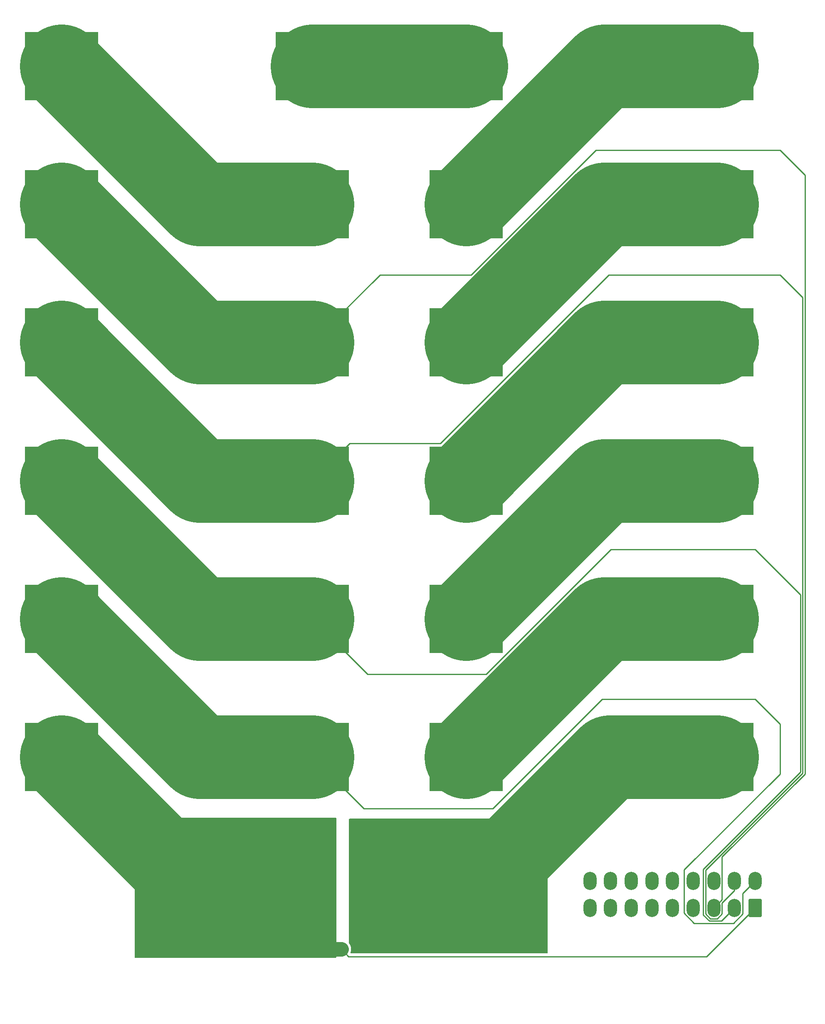
<source format=gbl>
G04 #@! TF.GenerationSoftware,KiCad,Pcbnew,8.0.5*
G04 #@! TF.CreationDate,2025-12-20T20:43:01-08:00*
G04 #@! TF.ProjectId,URBAN_CELL_BOARD,55524241-4e5f-4434-954c-4c5f424f4152,rev?*
G04 #@! TF.SameCoordinates,Original*
G04 #@! TF.FileFunction,Copper,L2,Bot*
G04 #@! TF.FilePolarity,Positive*
%FSLAX46Y46*%
G04 Gerber Fmt 4.6, Leading zero omitted, Abs format (unit mm)*
G04 Created by KiCad (PCBNEW 8.0.5) date 2025-12-20 20:43:01*
%MOMM*%
%LPD*%
G01*
G04 APERTURE LIST*
G04 Aperture macros list*
%AMRoundRect*
0 Rectangle with rounded corners*
0 $1 Rounding radius*
0 $2 $3 $4 $5 $6 $7 $8 $9 X,Y pos of 4 corners*
0 Add a 4 corners polygon primitive as box body*
4,1,4,$2,$3,$4,$5,$6,$7,$8,$9,$2,$3,0*
0 Add four circle primitives for the rounded corners*
1,1,$1+$1,$2,$3*
1,1,$1+$1,$4,$5*
1,1,$1+$1,$6,$7*
1,1,$1+$1,$8,$9*
0 Add four rect primitives between the rounded corners*
20,1,$1+$1,$2,$3,$4,$5,0*
20,1,$1+$1,$4,$5,$6,$7,0*
20,1,$1+$1,$6,$7,$8,$9,0*
20,1,$1+$1,$8,$9,$2,$3,0*%
G04 Aperture macros list end*
G04 #@! TA.AperFunction,ComponentPad*
%ADD10C,9.000000*%
G04 #@! TD*
G04 #@! TA.AperFunction,SMDPad,CuDef*
%ADD11R,15.000000X14.000000*%
G04 #@! TD*
G04 #@! TA.AperFunction,ComponentPad*
%ADD12C,1.950000*%
G04 #@! TD*
G04 #@! TA.AperFunction,ComponentPad*
%ADD13RoundRect,0.250001X1.099999X1.599999X-1.099999X1.599999X-1.099999X-1.599999X1.099999X-1.599999X0*%
G04 #@! TD*
G04 #@! TA.AperFunction,ComponentPad*
%ADD14O,2.700000X3.700000*%
G04 #@! TD*
G04 #@! TA.AperFunction,ComponentPad*
%ADD15C,1.200000*%
G04 #@! TD*
G04 #@! TA.AperFunction,Conductor*
%ADD16C,0.250000*%
G04 #@! TD*
G04 #@! TA.AperFunction,Conductor*
%ADD17C,17.000000*%
G04 #@! TD*
G04 #@! TA.AperFunction,Conductor*
%ADD18C,16.000000*%
G04 #@! TD*
G04 #@! TA.AperFunction,Conductor*
%ADD19C,3.000000*%
G04 #@! TD*
G04 APERTURE END LIST*
D10*
G04 #@! TO.P,BT6,1,+*
G04 #@! TO.N,cell6+*
X148629000Y-99751000D03*
D11*
X148629000Y-99751000D03*
D10*
G04 #@! TO.P,BT6,2,-*
G04 #@! TO.N,cell5+*
X97529000Y-99751000D03*
D11*
X97529000Y-99751000D03*
G04 #@! TD*
D10*
G04 #@! TO.P,BT7,1,+*
G04 #@! TO.N,cell7+*
X231029000Y-99751000D03*
D11*
X231029000Y-99751000D03*
D10*
G04 #@! TO.P,BT7,2,-*
G04 #@! TO.N,cell6+*
X179929000Y-99751000D03*
D11*
X179929000Y-99751000D03*
G04 #@! TD*
D12*
G04 #@! TO.P,J4,1,Pin_1*
G04 #@! TO.N,GND*
X119945000Y-267787500D03*
X119945000Y-275987500D03*
G04 #@! TD*
D10*
G04 #@! TO.P,BT5,1,+*
G04 #@! TO.N,cell5+*
X148629000Y-127885000D03*
D11*
X148629000Y-127885000D03*
D10*
G04 #@! TO.P,BT5,2,-*
G04 #@! TO.N,cell4+*
X97529000Y-127885000D03*
D11*
X97529000Y-127885000D03*
G04 #@! TD*
D10*
G04 #@! TO.P,BT9,1,+*
G04 #@! TO.N,cell9+*
X231029000Y-156019000D03*
D11*
X231029000Y-156019000D03*
D10*
G04 #@! TO.P,BT9,2,-*
G04 #@! TO.N,cell8+*
X179929000Y-156019000D03*
D11*
X179929000Y-156019000D03*
G04 #@! TD*
D12*
G04 #@! TO.P,J5,1,Pin_1*
G04 #@! TO.N,+48V*
X189675000Y-267875000D03*
X189675000Y-276075000D03*
G04 #@! TD*
D13*
G04 #@! TO.P,J1,1,Pin_1*
G04 #@! TO.N,GND*
X238760000Y-271145000D03*
D14*
G04 #@! TO.P,J1,2,Pin_2*
G04 #@! TO.N,cell2+*
X234560000Y-271145000D03*
G04 #@! TO.P,J1,3,Pin_3*
G04 #@! TO.N,cell4+*
X230360000Y-271145000D03*
G04 #@! TO.P,J1,4,Pin_4*
G04 #@! TO.N,cell6+*
X226160000Y-271145000D03*
G04 #@! TO.P,J1,5,Pin_5*
G04 #@! TO.N,cell8+*
X221960000Y-271145000D03*
G04 #@! TO.P,J1,6,Pin_6*
G04 #@! TO.N,cell9+*
X217760000Y-271145000D03*
G04 #@! TO.P,J1,7,Pin_7*
G04 #@! TO.N,cell11+*
X213560000Y-271145000D03*
G04 #@! TO.P,J1,8,Pin_8*
G04 #@! TO.N,+48V*
X209360000Y-271145000D03*
G04 #@! TO.P,J1,9,Pin_9*
X205160000Y-271145000D03*
G04 #@! TO.P,J1,10,Pin_10*
G04 #@! TO.N,cell1+*
X238760000Y-265645000D03*
G04 #@! TO.P,J1,11,Pin_11*
G04 #@! TO.N,cell3+*
X234560000Y-265645000D03*
G04 #@! TO.P,J1,12,Pin_12*
G04 #@! TO.N,cell5+*
X230360000Y-265645000D03*
G04 #@! TO.P,J1,13,Pin_13*
G04 #@! TO.N,cell7+*
X226160000Y-265645000D03*
G04 #@! TO.P,J1,14,Pin_14*
G04 #@! TO.N,cell8+*
X221960000Y-265645000D03*
G04 #@! TO.P,J1,15,Pin_15*
G04 #@! TO.N,cell10+*
X217760000Y-265645000D03*
G04 #@! TO.P,J1,16,Pin_16*
G04 #@! TO.N,+48V*
X213560000Y-265645000D03*
G04 #@! TO.P,J1,17,Pin_17*
X209360000Y-265645000D03*
G04 #@! TO.P,J1,18,Pin_18*
X205160000Y-265645000D03*
G04 #@! TD*
D10*
G04 #@! TO.P,BT3,1,+*
G04 #@! TO.N,cell3+*
X148629000Y-184153000D03*
D11*
X148629000Y-184153000D03*
D10*
G04 #@! TO.P,BT3,2,-*
G04 #@! TO.N,cell2+*
X97529000Y-184153000D03*
D11*
X97529000Y-184153000D03*
G04 #@! TD*
D10*
G04 #@! TO.P,BT10,1,+*
G04 #@! TO.N,cell10+*
X231029000Y-184153000D03*
D11*
X231029000Y-184153000D03*
D10*
G04 #@! TO.P,BT10,2,-*
G04 #@! TO.N,cell9+*
X179929000Y-184153000D03*
D11*
X179929000Y-184153000D03*
G04 #@! TD*
D10*
G04 #@! TO.P,BT4,1,+*
G04 #@! TO.N,cell4+*
X148629000Y-156019000D03*
D11*
X148629000Y-156019000D03*
D10*
G04 #@! TO.P,BT4,2,-*
G04 #@! TO.N,cell3+*
X97529000Y-156019000D03*
D11*
X97529000Y-156019000D03*
G04 #@! TD*
D10*
G04 #@! TO.P,BT11,1,+*
G04 #@! TO.N,cell11+*
X231029000Y-212287000D03*
D11*
X231029000Y-212287000D03*
D10*
G04 #@! TO.P,BT11,2,-*
G04 #@! TO.N,cell10+*
X179929000Y-212287000D03*
D11*
X179929000Y-212287000D03*
G04 #@! TD*
D15*
G04 #@! TO.P,J2,1,Pin_1*
G04 #@! TO.N,GND*
X131710000Y-268150000D03*
X131710000Y-270150000D03*
X131710000Y-272150000D03*
X131710000Y-274150000D03*
X131710000Y-276150000D03*
X133710000Y-268150000D03*
X133710000Y-276150000D03*
X135710001Y-268150000D03*
X135710001Y-276150000D03*
X137710000Y-268150000D03*
X137710000Y-276150000D03*
X139710000Y-268150000D03*
X139710000Y-270150000D03*
X139710000Y-272150000D03*
X139710000Y-274150000D03*
X139710000Y-276150000D03*
G04 #@! TD*
D10*
G04 #@! TO.P,BT1,1,+*
G04 #@! TO.N,cell1+*
X148629000Y-240421000D03*
D11*
X148629000Y-240421000D03*
D10*
G04 #@! TO.P,BT1,2,-*
G04 #@! TO.N,GND*
X97529000Y-240421000D03*
D11*
X97529000Y-240421000D03*
G04 #@! TD*
D15*
G04 #@! TO.P,J3,1,Pin_1*
G04 #@! TO.N,+48V*
X170720000Y-268080000D03*
X170720000Y-270080000D03*
X170720000Y-272080000D03*
X170720000Y-274080000D03*
X170720000Y-276080000D03*
X172720000Y-268080000D03*
X172720000Y-276080000D03*
X174720001Y-268080000D03*
X174720001Y-276080000D03*
X176720000Y-268080000D03*
X176720000Y-276080000D03*
X178720000Y-268080000D03*
X178720000Y-270080000D03*
X178720000Y-272080000D03*
X178720000Y-274080000D03*
X178720000Y-276080000D03*
G04 #@! TD*
D10*
G04 #@! TO.P,BT12,1,+*
G04 #@! TO.N,+48V*
X231029000Y-240421000D03*
D11*
X231029000Y-240421000D03*
D10*
G04 #@! TO.P,BT12,2,-*
G04 #@! TO.N,cell11+*
X179929000Y-240421000D03*
D11*
X179929000Y-240421000D03*
G04 #@! TD*
D10*
G04 #@! TO.P,BT2,1,+*
G04 #@! TO.N,cell2+*
X148629000Y-212287000D03*
D11*
X148629000Y-212287000D03*
D10*
G04 #@! TO.P,BT2,2,-*
G04 #@! TO.N,cell1+*
X97529000Y-212287000D03*
D11*
X97529000Y-212287000D03*
G04 #@! TD*
D10*
G04 #@! TO.P,BT8,1,+*
G04 #@! TO.N,cell8+*
X231029000Y-127885000D03*
D11*
X231029000Y-127885000D03*
D10*
G04 #@! TO.P,BT8,2,-*
G04 #@! TO.N,cell7+*
X179929000Y-127885000D03*
D11*
X179929000Y-127885000D03*
G04 #@! TD*
D16*
G04 #@! TO.N,cell1+*
X238760000Y-265645000D02*
X236235000Y-268170000D01*
X238760000Y-265645000D02*
X239354000Y-265051000D01*
D17*
X97529000Y-212287000D02*
X125663000Y-240421000D01*
D16*
X236235000Y-272338808D02*
X234353808Y-274220000D01*
D18*
X97529000Y-212287000D02*
X98550634Y-212287000D01*
D16*
X207585529Y-228600000D02*
X185322170Y-250863359D01*
X159071359Y-250863359D02*
X148629000Y-240421000D01*
X236235000Y-268170000D02*
X236235000Y-272338808D01*
X238760000Y-228600000D02*
X207585529Y-228600000D01*
X226366192Y-274220000D02*
X224313400Y-272167208D01*
X234353808Y-274220000D02*
X226366192Y-274220000D01*
X224313400Y-272167208D02*
X224313400Y-263366600D01*
X243840000Y-233680000D02*
X238760000Y-228600000D01*
X224313400Y-263366600D02*
X243840000Y-243840000D01*
D17*
X125663000Y-240421000D02*
X148629000Y-240421000D01*
D16*
X243840000Y-243840000D02*
X243840000Y-233680000D01*
X185322170Y-250863359D02*
X159071359Y-250863359D01*
D19*
G04 #@! TO.N,GND*
X144095000Y-271635000D02*
X143510000Y-271635000D01*
D16*
X130175000Y-267335000D02*
X127000000Y-264160000D01*
D17*
X97529000Y-240421000D02*
X129108000Y-272000000D01*
X135090000Y-272250000D02*
X142250000Y-272250000D01*
D16*
X238760000Y-271145000D02*
X228889189Y-281015811D01*
D19*
X154500000Y-279500000D02*
X151960000Y-279500000D01*
X151960000Y-279500000D02*
X144095000Y-271635000D01*
D16*
X228889189Y-281015811D02*
X156015811Y-281015811D01*
X156015811Y-281015811D02*
X154500000Y-279500000D01*
G04 #@! TO.N,cell2+*
X231935000Y-273770000D02*
X234560000Y-271145000D01*
X248020000Y-207380000D02*
X248020000Y-243467208D01*
X159862000Y-223520000D02*
X184008060Y-223520000D01*
D17*
X125663000Y-212287000D02*
X148629000Y-212287000D01*
X97529000Y-184153000D02*
X125663000Y-212287000D01*
D16*
X184008060Y-223520000D02*
X209408060Y-198120000D01*
X248020000Y-243467208D02*
X228235000Y-263252208D01*
X238760000Y-198120000D02*
X248020000Y-207380000D01*
X228235000Y-272525204D02*
X229479796Y-273770000D01*
X148629000Y-212287000D02*
X159862000Y-223520000D01*
X229479796Y-273770000D02*
X231935000Y-273770000D01*
X228235000Y-263252208D02*
X228235000Y-272525204D01*
X209408060Y-198120000D02*
X238760000Y-198120000D01*
G04 #@! TO.N,cell5+*
X148629000Y-127885000D02*
X151515000Y-127885000D01*
D17*
X148629000Y-127885000D02*
X125663000Y-127885000D01*
X125663000Y-127885000D02*
X97529000Y-99751000D01*
D16*
G04 #@! TO.N,cell4+*
X248920000Y-243840000D02*
X248920000Y-121920000D01*
X230360000Y-271145000D02*
X232035000Y-269470000D01*
X206389344Y-116840000D02*
X180989344Y-142240000D01*
D17*
X125663000Y-156019000D02*
X148629000Y-156019000D01*
D16*
X232035000Y-269470000D02*
X232035000Y-260725000D01*
X180989344Y-142240000D02*
X162408000Y-142240000D01*
X248920000Y-121920000D02*
X243840000Y-116840000D01*
X162408000Y-142240000D02*
X148629000Y-156019000D01*
D17*
X97529000Y-127885000D02*
X125663000Y-156019000D01*
D16*
X243840000Y-116840000D02*
X206389344Y-116840000D01*
X232035000Y-260725000D02*
X248920000Y-243840000D01*
G04 #@! TO.N,cell3+*
X156191372Y-176590628D02*
X174652981Y-176590628D01*
X229666192Y-273320000D02*
X231053808Y-273320000D01*
X248470000Y-146870000D02*
X248470000Y-243653604D01*
X148629000Y-184153000D02*
X156191372Y-176590628D01*
X228685000Y-272338808D02*
X229666192Y-273320000D01*
D17*
X97529000Y-156019000D02*
X125663000Y-184153000D01*
D16*
X203561805Y-147681805D02*
X203923609Y-147320000D01*
X232035000Y-270106396D02*
X234560000Y-267581396D01*
X148629000Y-184153000D02*
X156207000Y-184153000D01*
X228685000Y-263438604D02*
X228685000Y-272338808D01*
X231053808Y-273320000D02*
X232035000Y-272338808D01*
X209003609Y-142240000D02*
X243840000Y-142240000D01*
X234560000Y-267581396D02*
X234560000Y-265645000D01*
X203923609Y-147320000D02*
X209003609Y-142240000D01*
X174652981Y-176590628D02*
X203561805Y-147681805D01*
D17*
X125663000Y-184153000D02*
X148629000Y-184153000D01*
D16*
X232035000Y-272338808D02*
X232035000Y-270106396D01*
X243840000Y-142240000D02*
X248470000Y-146870000D01*
X248470000Y-243653604D02*
X228685000Y-263438604D01*
D17*
G04 #@! TO.N,cell6+*
X148629000Y-99751000D02*
X179929000Y-99751000D01*
G04 #@! TO.N,+48V*
X177830000Y-271750000D02*
X166000000Y-271750000D01*
X209159000Y-240421000D02*
X231029000Y-240421000D01*
X209159000Y-240421000D02*
X177830000Y-271750000D01*
G04 #@! TO.N,cell11+*
X208063000Y-212287000D02*
X179929000Y-240421000D01*
X231029000Y-212287000D02*
X208063000Y-212287000D01*
G04 #@! TO.N,cell7+*
X231029000Y-99751000D02*
X208063000Y-99751000D01*
X208063000Y-99751000D02*
X179929000Y-127885000D01*
G04 #@! TO.N,cell8+*
X179929000Y-156019000D02*
X208063000Y-127885000D01*
X208063000Y-127885000D02*
X231029000Y-127885000D01*
G04 #@! TO.N,cell9+*
X208063000Y-156019000D02*
X231029000Y-156019000D01*
X179929000Y-184153000D02*
X208063000Y-156019000D01*
G04 #@! TO.N,cell10+*
X208063000Y-184153000D02*
X231029000Y-184153000D01*
X179929000Y-212287000D02*
X208063000Y-184153000D01*
G04 #@! TD*
G04 #@! TA.AperFunction,Conductor*
G04 #@! TO.N,+48V*
G36*
X196442121Y-252985002D02*
G01*
X196488614Y-253038658D01*
X196500000Y-253091000D01*
X196500000Y-280256311D01*
X196479998Y-280324432D01*
X196426342Y-280370925D01*
X196374000Y-280382311D01*
X156497092Y-280382311D01*
X156428971Y-280362309D01*
X156382478Y-280308653D01*
X156372374Y-280238379D01*
X156380683Y-280208093D01*
X156405990Y-280146997D01*
X156474134Y-279892680D01*
X156508500Y-279631644D01*
X156508500Y-279368356D01*
X156474134Y-279107320D01*
X156405990Y-278853003D01*
X156305234Y-278609757D01*
X156305228Y-278609748D01*
X156305227Y-278609744D01*
X156173592Y-278381746D01*
X156106037Y-278293706D01*
X156080437Y-278227485D01*
X156080000Y-278217002D01*
X156080000Y-271911494D01*
X171719500Y-271911494D01*
X171719500Y-272248505D01*
X171757233Y-272583398D01*
X171801590Y-272777737D01*
X171832224Y-272911954D01*
X171832226Y-272911960D01*
X171832225Y-272911960D01*
X171943524Y-273230033D01*
X171943535Y-273230060D01*
X172089751Y-273533681D01*
X172089756Y-273533690D01*
X172269051Y-273819036D01*
X172479177Y-274082526D01*
X172717473Y-274320822D01*
X172980963Y-274530948D01*
X173266309Y-274710243D01*
X173266314Y-274710246D01*
X173569949Y-274856469D01*
X173569965Y-274856474D01*
X173569966Y-274856475D01*
X173888039Y-274967774D01*
X173888042Y-274967774D01*
X173888046Y-274967776D01*
X174131239Y-275023282D01*
X174216601Y-275042766D01*
X174216602Y-275042766D01*
X174216606Y-275042767D01*
X174437492Y-275067654D01*
X174551494Y-275080500D01*
X174551496Y-275080500D01*
X174888506Y-275080500D01*
X174985925Y-275069523D01*
X175223394Y-275042767D01*
X175551954Y-274967776D01*
X175870051Y-274856469D01*
X176173686Y-274710246D01*
X176459039Y-274530946D01*
X176722523Y-274320825D01*
X176960825Y-274082523D01*
X177170946Y-273819039D01*
X177350246Y-273533686D01*
X177496469Y-273230051D01*
X177607776Y-272911954D01*
X177682767Y-272583394D01*
X177720500Y-272248504D01*
X177720500Y-271911496D01*
X177682767Y-271576606D01*
X177607776Y-271248046D01*
X177496469Y-270929949D01*
X177350246Y-270626314D01*
X177350243Y-270626309D01*
X177170948Y-270340963D01*
X176960822Y-270077473D01*
X176722526Y-269839177D01*
X176459036Y-269629051D01*
X176173690Y-269449756D01*
X176173681Y-269449751D01*
X175870060Y-269303535D01*
X175870055Y-269303533D01*
X175870051Y-269303531D01*
X175870045Y-269303528D01*
X175870033Y-269303524D01*
X175551960Y-269192225D01*
X175223398Y-269117233D01*
X174888506Y-269079500D01*
X174888504Y-269079500D01*
X174551496Y-269079500D01*
X174551494Y-269079500D01*
X174216601Y-269117233D01*
X173888039Y-269192225D01*
X173569966Y-269303524D01*
X173569939Y-269303535D01*
X173266318Y-269449751D01*
X173266309Y-269449756D01*
X172980963Y-269629051D01*
X172717473Y-269839177D01*
X172479177Y-270077473D01*
X172269051Y-270340963D01*
X172089756Y-270626309D01*
X172089751Y-270626318D01*
X171943535Y-270929939D01*
X171943524Y-270929966D01*
X171832225Y-271248039D01*
X171757233Y-271576601D01*
X171719500Y-271911494D01*
X156080000Y-271911494D01*
X156080000Y-253091000D01*
X156100002Y-253022879D01*
X156153658Y-252976386D01*
X156206000Y-252965000D01*
X196374000Y-252965000D01*
X196442121Y-252985002D01*
G37*
G04 #@! TD.AperFunction*
G04 #@! TD*
G04 #@! TA.AperFunction,Conductor*
G04 #@! TO.N,GND*
G36*
X153442121Y-252770002D02*
G01*
X153488614Y-252823658D01*
X153500000Y-252876000D01*
X153500000Y-281159000D01*
X153479998Y-281227121D01*
X153426342Y-281273614D01*
X153374000Y-281285000D01*
X112591000Y-281285000D01*
X112522879Y-281264998D01*
X112476386Y-281211342D01*
X112465000Y-281159000D01*
X112465000Y-271981494D01*
X132709500Y-271981494D01*
X132709500Y-272318505D01*
X132747233Y-272653398D01*
X132791590Y-272847737D01*
X132822224Y-272981954D01*
X132822226Y-272981960D01*
X132822225Y-272981960D01*
X132933524Y-273300033D01*
X132933535Y-273300060D01*
X133079751Y-273603681D01*
X133079756Y-273603690D01*
X133259051Y-273889036D01*
X133469177Y-274152526D01*
X133707473Y-274390822D01*
X133970963Y-274600948D01*
X134256309Y-274780243D01*
X134256314Y-274780246D01*
X134559949Y-274926469D01*
X134559965Y-274926474D01*
X134559966Y-274926475D01*
X134878039Y-275037774D01*
X134878042Y-275037774D01*
X134878046Y-275037776D01*
X135121239Y-275093282D01*
X135206601Y-275112766D01*
X135206602Y-275112766D01*
X135206606Y-275112767D01*
X135427492Y-275137654D01*
X135541494Y-275150500D01*
X135541496Y-275150500D01*
X135878506Y-275150500D01*
X135975925Y-275139523D01*
X136213394Y-275112767D01*
X136541954Y-275037776D01*
X136860051Y-274926469D01*
X137163686Y-274780246D01*
X137449039Y-274600946D01*
X137712523Y-274390825D01*
X137950825Y-274152523D01*
X138160946Y-273889039D01*
X138340246Y-273603686D01*
X138486469Y-273300051D01*
X138597776Y-272981954D01*
X138672767Y-272653394D01*
X138710500Y-272318504D01*
X138710500Y-271981496D01*
X138672767Y-271646606D01*
X138597776Y-271318046D01*
X138486469Y-270999949D01*
X138340246Y-270696314D01*
X138340243Y-270696309D01*
X138160948Y-270410963D01*
X137950822Y-270147473D01*
X137712526Y-269909177D01*
X137449036Y-269699051D01*
X137163690Y-269519756D01*
X137163681Y-269519751D01*
X136860060Y-269373535D01*
X136860055Y-269373533D01*
X136860051Y-269373531D01*
X136860045Y-269373528D01*
X136860033Y-269373524D01*
X136541960Y-269262225D01*
X136213398Y-269187233D01*
X135878506Y-269149500D01*
X135878504Y-269149500D01*
X135541496Y-269149500D01*
X135541494Y-269149500D01*
X135206601Y-269187233D01*
X134878039Y-269262225D01*
X134559966Y-269373524D01*
X134559939Y-269373535D01*
X134256318Y-269519751D01*
X134256309Y-269519756D01*
X133970963Y-269699051D01*
X133707473Y-269909177D01*
X133469177Y-270147473D01*
X133259051Y-270410963D01*
X133079756Y-270696309D01*
X133079751Y-270696318D01*
X132933535Y-270999939D01*
X132933524Y-270999966D01*
X132822225Y-271318039D01*
X132747233Y-271646601D01*
X132709500Y-271981494D01*
X112465000Y-271981494D01*
X112465000Y-252876000D01*
X112485002Y-252807879D01*
X112538658Y-252761386D01*
X112591000Y-252750000D01*
X153374000Y-252750000D01*
X153442121Y-252770002D01*
G37*
G04 #@! TD.AperFunction*
G04 #@! TD*
M02*

</source>
